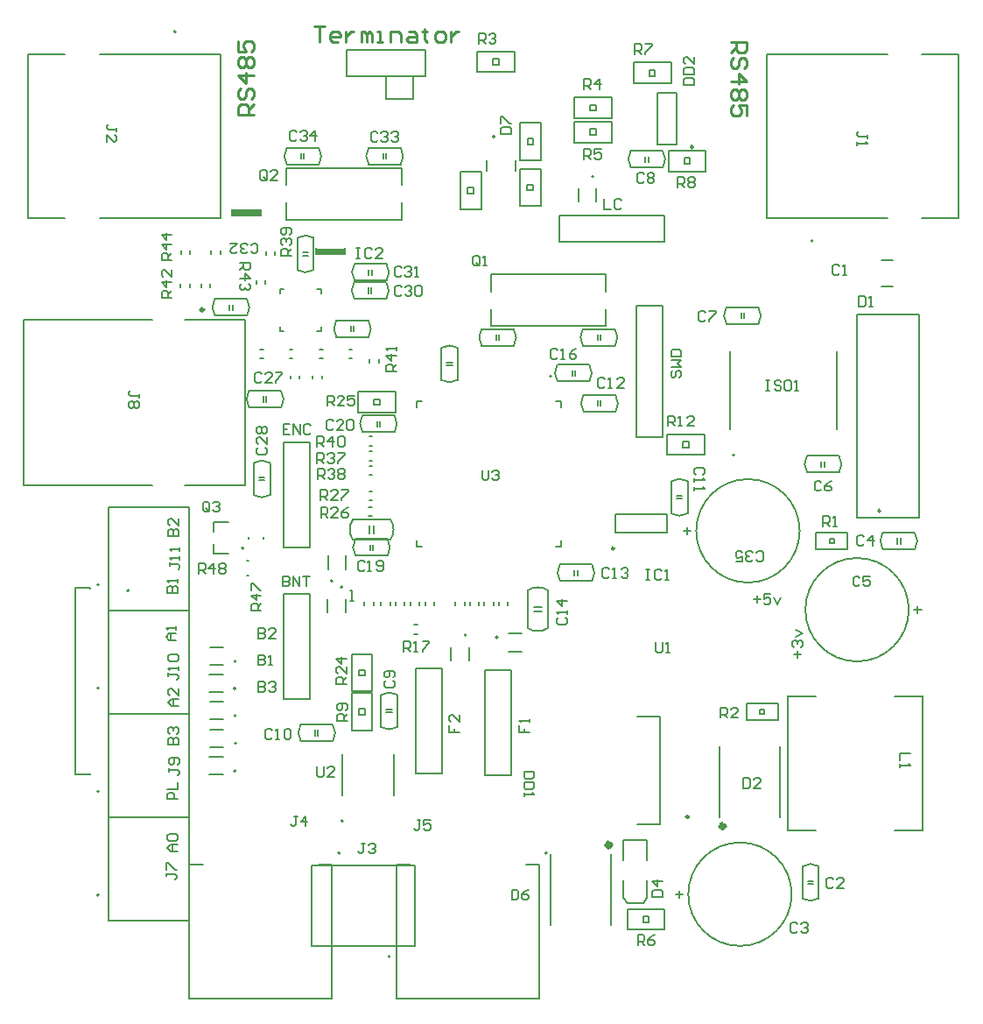
<source format=gto>
G04*
G04 #@! TF.GenerationSoftware,Altium Limited,Altium Designer,20.0.13 (296)*
G04*
G04 Layer_Color=65535*
%FSLAX44Y44*%
%MOMM*%
G71*
G01*
G75*
%ADD10C,0.1500*%
%ADD11C,0.2000*%
%ADD12C,0.3000*%
%ADD13C,0.2500*%
%ADD14C,0.6096*%
%ADD15C,0.1270*%
%ADD16C,0.1520*%
%ADD17C,0.1524*%
%ADD18C,0.2540*%
%ADD19R,2.8000X0.5500*%
D10*
X718487Y51845D02*
G03*
X734400Y51950I7877J12168D01*
G01*
X734512Y82955D02*
G03*
X718600Y82850I-7877J-12168D01*
G01*
X330155Y761488D02*
G03*
X330050Y777400I-12168J7877D01*
G01*
X299046Y777513D02*
G03*
X299150Y761600I12168J-7877D01*
G01*
X219846Y777262D02*
G03*
X219950Y761350I12168J-7877D01*
G01*
X250954Y761237D02*
G03*
X250850Y777150I-12168J7877D01*
G01*
X203762Y472905D02*
G03*
X187850Y472800I-7877J-12168D01*
G01*
X187738Y441796D02*
G03*
X203650Y441900I7877J12168D01*
G01*
X472750Y349500D02*
G03*
X452766Y349576I-10047J-14270D01*
G01*
X452750Y313500D02*
G03*
X472734Y313424I10047J14270D01*
G01*
X214454Y526488D02*
G03*
X214350Y542400I-12168J7877D01*
G01*
X183346Y542513D02*
G03*
X183450Y526600I12168J-7877D01*
G01*
X827405Y389475D02*
G03*
X827300Y405387I-12168J7877D01*
G01*
X796295Y405500D02*
G03*
X796400Y389587I12168J-7877D01*
G01*
X723095Y479762D02*
G03*
X723200Y463850I12168J-7877D01*
G01*
X754204Y463737D02*
G03*
X754100Y479650I-12168J7877D01*
G01*
X583655Y758487D02*
G03*
X583550Y774400I-12168J7877D01*
G01*
X552546Y774512D02*
G03*
X552650Y758600I12168J-7877D01*
G01*
X676155Y607238D02*
G03*
X676050Y623150I-12168J7877D01*
G01*
X645045Y623262D02*
G03*
X645150Y607350I12168J-7877D01*
G01*
X233345Y220012D02*
G03*
X233450Y204100I12168J-7877D01*
G01*
X264454Y203988D02*
G03*
X264350Y219900I-12168J7877D01*
G01*
X310987Y217595D02*
G03*
X326900Y217700I7877J12168D01*
G01*
X327012Y248704D02*
G03*
X311100Y248600I-7877J-12168D01*
G01*
X285095Y647513D02*
G03*
X285200Y631600I12168J-7877D01*
G01*
X316204Y631488D02*
G03*
X316100Y647400I-12168J7877D01*
G01*
X285345Y665263D02*
G03*
X285450Y649350I12168J-7877D01*
G01*
X316455Y649238D02*
G03*
X316350Y665150I-12168J7877D01*
G01*
X267845Y610513D02*
G03*
X267950Y594600I12168J-7877D01*
G01*
X298955Y594487D02*
G03*
X298850Y610400I-12168J7877D01*
G01*
X512654Y551738D02*
G03*
X512550Y567650I-12168J7877D01*
G01*
X481545Y567762D02*
G03*
X481650Y551850I12168J-7877D01*
G01*
X506845Y538512D02*
G03*
X506950Y522600I12168J-7877D01*
G01*
X537954Y522487D02*
G03*
X537850Y538400I-12168J7877D01*
G01*
X607762Y455154D02*
G03*
X591850Y455050I-7877J-12168D01*
G01*
X591738Y424045D02*
G03*
X607650Y424150I7877J12168D01*
G01*
X484095Y374762D02*
G03*
X484200Y358850I12168J-7877D01*
G01*
X515205Y358737D02*
G03*
X515100Y374650I-12168J7877D01*
G01*
X324155Y502738D02*
G03*
X324050Y518650I-12168J7877D01*
G01*
X293046Y518763D02*
G03*
X293150Y502850I12168J-7877D01*
G01*
X284000Y418500D02*
G03*
X283923Y398516I14270J-10047D01*
G01*
X320000Y398500D02*
G03*
X320076Y418484I-14270J10047D01*
G01*
X317404Y383237D02*
G03*
X317300Y399150I-12168J7877D01*
G01*
X286296Y399263D02*
G03*
X286400Y383350I12168J-7877D01*
G01*
X506296Y602262D02*
G03*
X506400Y586350I12168J-7877D01*
G01*
X537405Y586237D02*
G03*
X537300Y602150I-12168J7877D01*
G01*
X439454Y586237D02*
G03*
X439350Y602150I-12168J7877D01*
G01*
X408345Y602262D02*
G03*
X408450Y586350I12168J-7877D01*
G01*
X369238Y553046D02*
G03*
X385150Y553150I7877J12168D01*
G01*
X385262Y584155D02*
G03*
X369350Y584050I-7877J-12168D01*
G01*
X150295Y631263D02*
G03*
X150400Y615350I12168J-7877D01*
G01*
X181405Y615238D02*
G03*
X181300Y631150I-12168J7877D01*
G01*
X246012Y690454D02*
G03*
X230100Y690350I-7877J-12168D01*
G01*
X229988Y659345D02*
G03*
X245900Y659450I7877J12168D01*
G01*
X734500Y52000D02*
Y82750D01*
X718500Y52000D02*
Y82750D01*
X723800Y65850D02*
X729100D01*
X723800Y68650D02*
X729100D01*
X299250Y777500D02*
X330000D01*
X299250Y761500D02*
X330000D01*
X316150Y766800D02*
Y772100D01*
X313350Y766800D02*
Y772100D01*
X220000Y761250D02*
X250750D01*
X220000Y777250D02*
X250750D01*
X233850Y766650D02*
Y771950D01*
X236650Y766650D02*
Y771950D01*
X187750Y442000D02*
Y472750D01*
X203750Y442000D02*
Y472750D01*
X193150Y458900D02*
X198450D01*
X193150Y456100D02*
X198450D01*
X472750Y313500D02*
Y349500D01*
X452750Y313500D02*
Y349500D01*
X458650Y329500D02*
X466750D01*
X458750Y333500D02*
X466750D01*
X200150Y531900D02*
Y537200D01*
X197350Y531900D02*
Y537200D01*
X183500Y542500D02*
X214250D01*
X183500Y526500D02*
X214250D01*
X796500Y405488D02*
X827250D01*
X796500Y389487D02*
X827250D01*
X813400Y394787D02*
Y400087D01*
X810600Y394787D02*
Y400087D01*
X664500Y224500D02*
X695250D01*
Y240500D01*
X664500D02*
X695250D01*
X664500Y224500D02*
Y240500D01*
X677750Y230500D02*
Y234750D01*
X681750D01*
Y230500D02*
Y234750D01*
X677750Y230500D02*
X681750D01*
X731750Y389500D02*
X762500D01*
Y405500D01*
X731750D02*
X762500D01*
X731750Y389500D02*
Y405500D01*
X745000Y395500D02*
Y399750D01*
X749000D01*
Y395500D02*
Y399750D01*
X745000Y395500D02*
X749000D01*
X723250Y463750D02*
X754000D01*
X723250Y479750D02*
X754000D01*
X737100Y469150D02*
Y474450D01*
X739900Y469150D02*
Y474450D01*
X604500Y761750D02*
Y767500D01*
X610000D01*
Y761750D02*
Y767500D01*
X604500Y761750D02*
X610000D01*
X589250Y754500D02*
X625250D01*
X589250D02*
Y774500D01*
X625250Y754500D02*
Y774500D01*
X589250D02*
X625250D01*
X552750D02*
X583500D01*
X552750Y758500D02*
X583500D01*
X569650Y763800D02*
Y769100D01*
X566850Y763800D02*
Y769100D01*
X645250Y623250D02*
X676000D01*
X645250Y607250D02*
X676000D01*
X662150Y612550D02*
Y617850D01*
X659350Y612550D02*
Y617850D01*
X233500Y204000D02*
X264250D01*
X233500Y220000D02*
X264250D01*
X247350Y209400D02*
Y214700D01*
X250150Y209400D02*
Y214700D01*
X327000Y217750D02*
Y248500D01*
X311000Y217750D02*
Y248500D01*
X316300Y231600D02*
X321600D01*
X316300Y234400D02*
X321600D01*
X290000Y272750D02*
X295750D01*
Y267250D02*
Y272750D01*
X290000Y267250D02*
X295750D01*
X290000D02*
Y272750D01*
X282750Y252000D02*
Y288000D01*
X302750D01*
X282750Y252000D02*
X302750D01*
Y288000D01*
X289750Y229500D02*
X295500D01*
X289750D02*
Y235000D01*
X295500D01*
Y229500D02*
Y235000D01*
X302750Y214250D02*
Y250250D01*
X282750Y214250D02*
X302750D01*
X282750Y250250D02*
X302750D01*
X282750Y214250D02*
Y250250D01*
X285250Y631500D02*
X316000D01*
X285250Y647500D02*
X316000D01*
X299100Y636900D02*
Y642200D01*
X301900Y636900D02*
Y642200D01*
X285500Y649250D02*
X316250D01*
X285500Y665250D02*
X316250D01*
X299350Y654650D02*
Y659950D01*
X302150Y654650D02*
Y659950D01*
X268000Y594500D02*
X298750D01*
X268000Y610500D02*
X298750D01*
X281850Y599900D02*
Y605200D01*
X284650Y599900D02*
Y605200D01*
X481750Y567750D02*
X512500D01*
X481750Y551750D02*
X512500D01*
X498650Y557050D02*
Y562350D01*
X495850Y557050D02*
Y562350D01*
X507000Y522500D02*
X537750D01*
X507000Y538500D02*
X537750D01*
X520850Y527900D02*
Y533200D01*
X523650Y527900D02*
Y533200D01*
X591750Y424250D02*
Y455000D01*
X607750Y424250D02*
Y455000D01*
X597150Y441150D02*
X602450D01*
X597150Y438350D02*
X602450D01*
X484250Y358750D02*
X515000D01*
X484250Y374750D02*
X515000D01*
X498100Y364150D02*
Y369450D01*
X500900Y364150D02*
Y369450D01*
X304250Y528750D02*
Y534500D01*
X309750D01*
Y528750D02*
Y534500D01*
X304250Y528750D02*
X309750D01*
X289000Y521500D02*
X325000D01*
X289000D02*
Y541500D01*
X325000Y521500D02*
Y541500D01*
X289000D02*
X325000D01*
X293250Y518750D02*
X324000D01*
X293250Y502750D02*
X324000D01*
X310150Y508050D02*
Y513350D01*
X307350Y508050D02*
Y513350D01*
X284000Y418500D02*
X320000D01*
X284000Y398500D02*
X320000D01*
X304000Y404400D02*
Y412500D01*
X300000Y404500D02*
Y412500D01*
X286500Y399250D02*
X317250D01*
X286500Y383250D02*
X317250D01*
X303400Y388550D02*
Y393850D01*
X300600Y388550D02*
Y393850D01*
X564500Y29000D02*
Y34750D01*
X570000D01*
Y29000D02*
Y34750D01*
X564500Y29000D02*
X570000D01*
X549250Y21750D02*
X585250D01*
X549250D02*
Y41750D01*
X585250Y21750D02*
Y41750D01*
X549250D02*
X585250D01*
X513500Y813250D02*
Y819000D01*
X519000D01*
Y813250D02*
Y819000D01*
X513500Y813250D02*
X519000D01*
X498250Y806000D02*
X534250D01*
X498250D02*
Y826000D01*
X534250Y806000D02*
Y826000D01*
X498250D02*
X534250D01*
X513500Y789750D02*
Y795500D01*
X519000D01*
Y789750D02*
Y795500D01*
X513500Y789750D02*
X519000D01*
X498250Y782500D02*
X534250D01*
X498250D02*
Y802500D01*
X534250Y782500D02*
Y802500D01*
X498250D02*
X534250D01*
X404250Y870500D02*
X440250D01*
Y850500D02*
Y870500D01*
X404250Y850500D02*
Y870500D01*
Y850500D02*
X440250D01*
X419500Y857750D02*
X425000D01*
Y863500D01*
X419500D02*
X425000D01*
X419500Y857750D02*
Y863500D01*
X555500Y840000D02*
X591500D01*
X555500D02*
Y860000D01*
X591500Y840000D02*
Y860000D01*
X555500D02*
X591500D01*
X570750Y852750D02*
X576250D01*
X570750Y847000D02*
Y852750D01*
Y847000D02*
X576250D01*
Y852750D01*
X587750Y500500D02*
X623750D01*
Y480500D02*
Y500500D01*
X587750Y480500D02*
Y500500D01*
Y480500D02*
X623750D01*
X603000Y487750D02*
X608500D01*
Y493500D01*
X603000D02*
X608500D01*
X603000Y487750D02*
Y493500D01*
X388000Y718250D02*
Y754250D01*
X408000D01*
X388000Y718250D02*
X408000D01*
Y754250D01*
X400750Y733500D02*
Y739000D01*
X395000D02*
X400750D01*
X395000Y733500D02*
Y739000D01*
Y733500D02*
X400750D01*
X445500Y721250D02*
Y757250D01*
X465500D01*
X445500Y721250D02*
X465500D01*
Y757250D01*
X458250Y736500D02*
Y742000D01*
X452500D02*
X458250D01*
X452500Y736500D02*
Y742000D01*
Y736500D02*
X458250D01*
X465500Y765750D02*
Y801750D01*
X445500Y765750D02*
X465500D01*
X445500Y801750D02*
X465500D01*
X445500Y765750D02*
Y801750D01*
X452750Y781000D02*
Y786500D01*
Y781000D02*
X458500D01*
Y786500D01*
X452750D02*
X458500D01*
X520600Y591550D02*
Y596850D01*
X523400Y591550D02*
Y596850D01*
X506500Y586250D02*
X537250D01*
X506500Y602250D02*
X537250D01*
X425150Y591650D02*
Y596950D01*
X422350Y591650D02*
Y596950D01*
X408500Y602250D02*
X439250D01*
X408500Y586250D02*
X439250D01*
X374650Y567350D02*
X379950D01*
X374650Y570150D02*
X379950D01*
X385250Y553250D02*
Y584000D01*
X369250Y553250D02*
Y584000D01*
X164600Y620550D02*
Y625850D01*
X167400Y620550D02*
Y625850D01*
X150500Y615250D02*
X181250D01*
X150500Y631250D02*
X181250D01*
X235300Y676150D02*
X240600D01*
X235300Y673350D02*
X240600D01*
X230000Y659500D02*
Y690250D01*
X246000Y659500D02*
Y690250D01*
D11*
X112500Y889600D02*
G03*
X112500Y889600I-1000J0D01*
G01*
X274450Y126800D02*
G03*
X274450Y126800I-1000J0D01*
G01*
X421000Y788250D02*
G03*
X421000Y788250I-1000J0D01*
G01*
X424000Y304250D02*
G03*
X424000Y304250I-1000J0D01*
G01*
X393500Y306500D02*
G03*
X393500Y306500I-1000J0D01*
G01*
X264250Y358650D02*
G03*
X264250Y358650I-1000J0D01*
G01*
X821500Y331000D02*
G03*
X821500Y331000I-50000J0D01*
G01*
X716000Y407250D02*
G03*
X716000Y407250I-50000J0D01*
G01*
X708250Y56000D02*
G03*
X708250Y56000I-50000J0D01*
G01*
X729000Y687400D02*
G03*
X729000Y687400I-1000J0D01*
G01*
X653050Y480250D02*
G03*
X653050Y480250I-1000J0D01*
G01*
X476250Y556650D02*
G03*
X476250Y556650I-1000J0D01*
G01*
X320000Y-4250D02*
G03*
X320000Y-4250I-1000J0D01*
G01*
X271250Y95750D02*
G03*
X271250Y95750I-1000J0D01*
G01*
X471750Y95750D02*
G03*
X471750Y95750I-1000J0D01*
G01*
X38250Y355250D02*
G03*
X38250Y355250I-1000J0D01*
G01*
Y255250D02*
G03*
X38250Y255250I-1000J0D01*
G01*
Y155250D02*
G03*
X38250Y155250I-1000J0D01*
G01*
Y55250D02*
G03*
X38250Y55250I-1000J0D01*
G01*
X516750Y749850D02*
G03*
X516750Y749850I-1000J0D01*
G01*
X178250Y390500D02*
G03*
X178250Y390500I-1000J0D01*
G01*
X171000Y281000D02*
G03*
X171000Y281000I-1000J0D01*
G01*
X170750Y175000D02*
G03*
X170750Y175000I-1000J0D01*
G01*
X170500Y254750D02*
G03*
X170500Y254750I-1000J0D01*
G01*
X171250Y201750D02*
G03*
X171250Y201750I-1000J0D01*
G01*
X171000Y228500D02*
G03*
X171000Y228500I-1000J0D01*
G01*
X274000Y352750D02*
G03*
X274000Y352750I-1000J0D01*
G01*
X67470Y349360D02*
G03*
X67470Y349360I-1000J0D01*
G01*
X183000Y399250D02*
Y401250D01*
X197000Y399250D02*
Y401250D01*
X343250Y307250D02*
X346250D01*
X343250Y316250D02*
X346250D01*
X303750Y335250D02*
Y338250D01*
X294750Y335250D02*
Y338250D01*
X299500Y436500D02*
X302500D01*
X299500Y445500D02*
X302500D01*
X299250Y421500D02*
X302250D01*
X299250Y430500D02*
X302250D01*
X596750Y780750D02*
Y830750D01*
X578750Y780750D02*
Y830750D01*
Y780750D02*
X596750D01*
X578750Y830750D02*
X596750D01*
X299750Y489250D02*
X302750D01*
X299750Y498250D02*
X302750D01*
X208500Y674000D02*
Y677000D01*
X199500Y674000D02*
Y677000D01*
X299750Y461000D02*
X302750D01*
X299750Y470000D02*
X302750D01*
X299750Y475250D02*
X302750D01*
X299750Y484250D02*
X302750D01*
X309000Y570000D02*
Y573000D01*
X300000Y570000D02*
Y573000D01*
X330750Y708000D02*
Y724500D01*
Y741500D02*
Y758000D01*
X219750Y741500D02*
Y758000D01*
Y708000D02*
Y724500D01*
Y758000D02*
X330750D01*
X219750Y708000D02*
X330750D01*
X166750Y712250D02*
X194750D01*
Y718250D01*
X166750Y712250D02*
Y718250D01*
X248250Y674500D02*
X276250D01*
Y680500D01*
X248250Y674500D02*
Y680500D01*
X199250Y646000D02*
Y649000D01*
X190250Y646000D02*
Y649000D01*
X155750Y674750D02*
Y677750D01*
X146750Y674750D02*
Y677750D01*
X146000Y643000D02*
Y646000D01*
X137000Y643000D02*
Y646000D01*
X117500Y674750D02*
Y677750D01*
X126500Y674750D02*
Y677750D01*
X117250Y643000D02*
Y646000D01*
X126250Y643000D02*
Y646000D01*
X391750Y335250D02*
Y338250D01*
X382750Y335250D02*
Y338250D01*
X405935Y335250D02*
Y338250D01*
X396935Y335250D02*
Y338250D01*
X320000Y335250D02*
Y338250D01*
X311000Y335250D02*
Y338250D01*
X334000Y335250D02*
Y338250D01*
X325000Y335250D02*
Y338250D01*
X348250Y335250D02*
Y338250D01*
X339250Y335250D02*
Y338250D01*
X362750Y335250D02*
Y338250D01*
X353750Y335250D02*
Y338250D01*
X420000Y335250D02*
Y338250D01*
X411000Y335250D02*
Y338250D01*
X434000Y335250D02*
Y338250D01*
X425000Y335250D02*
Y338250D01*
X538000Y405250D02*
X588000D01*
X538000Y423250D02*
X588000D01*
X538000Y405250D02*
Y423250D01*
X588000Y405250D02*
Y423250D01*
X181250Y378250D02*
X183250D01*
X181250Y364250D02*
X183250D01*
X794750Y643500D02*
X805750D01*
X794750Y668500D02*
X805750D01*
X342500Y824750D02*
Y846750D01*
X316000Y824750D02*
X342500D01*
X316000D02*
Y847050D01*
X411800Y272850D02*
X437200D01*
Y171250D02*
Y272850D01*
X411800Y171250D02*
Y272850D01*
Y171250D02*
X437200D01*
X344300Y274000D02*
X369700D01*
Y172400D02*
Y274000D01*
X344300Y172400D02*
Y274000D01*
Y172400D02*
X369700D01*
X216550Y391250D02*
X241950D01*
X216550D02*
Y492850D01*
X241950Y391250D02*
Y492850D01*
X216550D02*
X241950D01*
X830250Y327500D02*
Y334500D01*
X826750Y331000D02*
X833750D01*
X603750Y407250D02*
X610750D01*
X607250Y403750D02*
Y410750D01*
X599500Y52500D02*
Y59500D01*
X596000Y56000D02*
X603000D01*
X558500Y123500D02*
X581000D01*
Y227500D01*
X558500D02*
X581000D01*
X545500Y89250D02*
Y108250D01*
X568500Y89250D02*
Y108250D01*
X545500D02*
X568500D01*
X549500Y47250D02*
X564500D01*
X545500Y52250D02*
Y69250D01*
X564500Y47250D02*
X568500Y52250D01*
X545500D02*
X549500Y47250D01*
X568500Y52250D02*
Y69250D01*
X216550Y244600D02*
X241950D01*
X216550D02*
Y346200D01*
X241950Y244600D02*
Y346200D01*
X216550D02*
X241950D01*
X558300Y497600D02*
X583700D01*
X558300D02*
Y624600D01*
X583700Y497600D02*
Y624600D01*
X558300D02*
X583700D01*
X354100Y847050D02*
Y872450D01*
X277900Y847050D02*
Y872450D01*
X354100D01*
X277900Y847050D02*
X354100D01*
X585500Y686550D02*
Y711950D01*
X483900Y686550D02*
X585500D01*
X483900Y711950D02*
X585500D01*
X483900Y686550D02*
Y711950D01*
X417500Y655250D02*
X528500D01*
X417500Y605250D02*
X528500D01*
Y638750D02*
Y655250D01*
Y605250D02*
Y621750D01*
X417500Y605250D02*
Y621750D01*
Y638750D02*
Y655250D01*
X245000Y554250D02*
Y557250D01*
X254000Y554250D02*
Y557250D01*
X223500Y554250D02*
Y557250D01*
X232500Y554250D02*
Y557250D01*
X222500Y573750D02*
X225500D01*
X222500Y582750D02*
X225500D01*
X194250D02*
X197250D01*
X194250Y573750D02*
X197250D01*
X280000D02*
X283000D01*
X280000Y582750D02*
X283000D01*
X251750D02*
X254750D01*
X251750Y573750D02*
X254750D01*
X192250Y261747D02*
Y251750D01*
X197248D01*
X198915Y253416D01*
Y255082D01*
X197248Y256748D01*
X192250D01*
X197248D01*
X198915Y258414D01*
Y260081D01*
X197248Y261747D01*
X192250D01*
X202247Y260081D02*
X203913Y261747D01*
X207245D01*
X208911Y260081D01*
Y258414D01*
X207245Y256748D01*
X205579D01*
X207245D01*
X208911Y255082D01*
Y253416D01*
X207245Y251750D01*
X203913D01*
X202247Y253416D01*
X192250Y312997D02*
Y303000D01*
X197248D01*
X198915Y304666D01*
Y306332D01*
X197248Y307998D01*
X192250D01*
X197248D01*
X198915Y309664D01*
Y311331D01*
X197248Y312997D01*
X192250D01*
X208911Y303000D02*
X202247D01*
X208911Y309664D01*
Y311331D01*
X207245Y312997D01*
X203913D01*
X202247Y311331D01*
X192250Y287372D02*
Y277375D01*
X197248D01*
X198915Y279041D01*
Y280707D01*
X197248Y282373D01*
X192250D01*
X197248D01*
X198915Y284039D01*
Y285706D01*
X197248Y287372D01*
X192250D01*
X202247Y277375D02*
X205579D01*
X203913D01*
Y287372D01*
X202247Y285706D01*
X105503Y402000D02*
X115500D01*
Y406998D01*
X113834Y408665D01*
X112168D01*
X110502Y406998D01*
Y402000D01*
Y406998D01*
X108835Y408665D01*
X107169D01*
X105503Y406998D01*
Y402000D01*
X115500Y418661D02*
Y411997D01*
X108835Y418661D01*
X107169D01*
X105503Y416995D01*
Y413663D01*
X107169Y411997D01*
X104503Y347000D02*
X114500D01*
Y351998D01*
X112834Y353665D01*
X111168D01*
X109502Y351998D01*
Y347000D01*
Y351998D01*
X107836Y353665D01*
X106169D01*
X104503Y351998D01*
Y347000D01*
X114500Y356997D02*
Y360329D01*
Y358663D01*
X104503D01*
X106169Y356997D01*
X113000Y301750D02*
X106335D01*
X103003Y305082D01*
X106335Y308414D01*
X113000D01*
X108002D01*
Y301750D01*
X113000Y311747D02*
Y315079D01*
Y313413D01*
X103003D01*
X104669Y311747D01*
X115250Y238250D02*
X108586D01*
X105253Y241582D01*
X108586Y244914D01*
X115250D01*
X110252D01*
Y238250D01*
X115250Y254911D02*
Y248247D01*
X108586Y254911D01*
X106919D01*
X105253Y253245D01*
Y249913D01*
X106919Y248247D01*
X105253Y200500D02*
X115250D01*
Y205498D01*
X113584Y207164D01*
X111918D01*
X110252Y205498D01*
Y200500D01*
Y205498D01*
X108586Y207164D01*
X106919D01*
X105253Y205498D01*
Y200500D01*
X106919Y210497D02*
X105253Y212163D01*
Y215495D01*
X106919Y217161D01*
X108586D01*
X110252Y215495D01*
Y213829D01*
Y215495D01*
X111918Y217161D01*
X113584D01*
X115250Y215495D01*
Y212163D01*
X113584Y210497D01*
X114250Y147750D02*
X104253D01*
Y152748D01*
X105919Y154415D01*
X109252D01*
X110918Y152748D01*
Y147750D01*
X104253Y157747D02*
X114250D01*
Y164411D01*
Y97500D02*
X107585D01*
X104253Y100832D01*
X107585Y104164D01*
X114250D01*
X109252D01*
Y97500D01*
X105919Y107497D02*
X104253Y109163D01*
Y112495D01*
X105919Y114161D01*
X112584D01*
X114250Y112495D01*
Y109163D01*
X112584Y107497D01*
X105919D01*
X671250Y341248D02*
X677915D01*
X674582Y344581D02*
Y337916D01*
X687911Y346247D02*
X681247D01*
Y341248D01*
X684579Y342915D01*
X686245D01*
X687911Y341248D01*
Y337916D01*
X686245Y336250D01*
X682913D01*
X681247Y337916D01*
X691244Y342915D02*
X694576Y336250D01*
X697908Y342915D01*
X713752Y284750D02*
Y291415D01*
X710419Y288082D02*
X717084D01*
X710419Y294747D02*
X708753Y296413D01*
Y299745D01*
X710419Y301411D01*
X712085D01*
X713752Y299745D01*
Y298079D01*
Y299745D01*
X715418Y301411D01*
X717084D01*
X718750Y299745D01*
Y296413D01*
X717084Y294747D01*
X712085Y304744D02*
X718750Y308076D01*
X712085Y311408D01*
X215750Y363497D02*
Y353500D01*
X220748D01*
X222414Y355166D01*
Y356832D01*
X220748Y358498D01*
X215750D01*
X220748D01*
X222414Y360164D01*
Y361831D01*
X220748Y363497D01*
X215750D01*
X225747Y353500D02*
Y363497D01*
X232411Y353500D01*
Y363497D01*
X235744D02*
X242408D01*
X239076D01*
Y353500D01*
X223165Y510497D02*
X216500D01*
Y500500D01*
X223165D01*
X216500Y505498D02*
X219832D01*
X226497Y500500D02*
Y510497D01*
X233161Y500500D01*
Y510497D01*
X243158Y508831D02*
X241492Y510497D01*
X238160D01*
X236494Y508831D01*
Y502166D01*
X238160Y500500D01*
X241492D01*
X243158Y502166D01*
X527000Y727997D02*
Y718000D01*
X533665D01*
X543661Y726331D02*
X541995Y727997D01*
X538663D01*
X536997Y726331D01*
Y719666D01*
X538663Y718000D01*
X541995D01*
X543661Y719666D01*
X593169Y562415D02*
X591503Y560748D01*
Y557416D01*
X593169Y555750D01*
X594836D01*
X596502Y557416D01*
Y560748D01*
X598168Y562415D01*
X599834D01*
X601500Y560748D01*
Y557416D01*
X599834Y555750D01*
X591503Y565747D02*
X601500D01*
X598168Y569079D01*
X601500Y572411D01*
X591503D01*
Y575744D02*
X601500D01*
Y580742D01*
X599834Y582408D01*
X593169D01*
X591503Y580742D01*
Y575744D01*
X444503Y218915D02*
Y212250D01*
X449502D01*
Y215582D01*
Y212250D01*
X454500D01*
Y222247D02*
Y225579D01*
Y223913D01*
X444503D01*
X446169Y222247D01*
X377253Y219415D02*
Y212750D01*
X382252D01*
Y216082D01*
Y212750D01*
X387250D01*
Y229411D02*
Y222747D01*
X380586Y229411D01*
X378919D01*
X377253Y227745D01*
Y224413D01*
X378919Y222747D01*
X748334Y70332D02*
X746668Y71998D01*
X743335D01*
X741669Y70332D01*
Y63668D01*
X743335Y62002D01*
X746668D01*
X748334Y63668D01*
X758331Y62002D02*
X751666D01*
X758331Y68666D01*
Y70332D01*
X756665Y71998D01*
X753332D01*
X751666Y70332D01*
X674165Y379168D02*
X675831Y377502D01*
X679163D01*
X680829Y379168D01*
Y385832D01*
X679163Y387498D01*
X675831D01*
X674165Y385832D01*
X670832Y379168D02*
X669166Y377502D01*
X665834D01*
X664168Y379168D01*
Y380834D01*
X665834Y382500D01*
X667500D01*
X665834D01*
X664168Y384166D01*
Y385832D01*
X665834Y387498D01*
X669166D01*
X670832Y385832D01*
X654171Y377502D02*
X660835D01*
Y382500D01*
X657503Y380834D01*
X655837D01*
X654171Y382500D01*
Y385832D01*
X655837Y387498D01*
X659169D01*
X660835Y385832D01*
X134421Y365502D02*
Y375498D01*
X139419D01*
X141086Y373832D01*
Y370500D01*
X139419Y368834D01*
X134421D01*
X137753D02*
X141086Y365502D01*
X149416D02*
Y375498D01*
X144418Y370500D01*
X151082D01*
X154415Y373832D02*
X156081Y375498D01*
X159413D01*
X161079Y373832D01*
Y372166D01*
X159413Y370500D01*
X161079Y368834D01*
Y367168D01*
X159413Y365502D01*
X156081D01*
X154415Y367168D01*
Y368834D01*
X156081Y370500D01*
X154415Y372166D01*
Y373832D01*
X156081Y370500D02*
X159413D01*
X195248Y329921D02*
X185252D01*
Y334919D01*
X186918Y336586D01*
X190250D01*
X191916Y334919D01*
Y329921D01*
Y333253D02*
X195248Y336586D01*
Y344916D02*
X185252D01*
X190250Y339918D01*
Y346582D01*
X185252Y349915D02*
Y356579D01*
X186918D01*
X193582Y349915D01*
X195248D01*
X106502Y376335D02*
Y373002D01*
Y374669D01*
X114832D01*
X116498Y373002D01*
Y371336D01*
X114832Y369670D01*
X116498Y379667D02*
Y382999D01*
Y381333D01*
X106502D01*
X108168Y379667D01*
X116498Y387998D02*
Y391330D01*
Y389664D01*
X106502D01*
X108168Y387998D01*
X105252Y269669D02*
Y266336D01*
Y268002D01*
X113582D01*
X115248Y266336D01*
Y264670D01*
X113582Y263004D01*
X115248Y273001D02*
Y276333D01*
Y274667D01*
X105252D01*
X106918Y273001D01*
Y281332D02*
X105252Y282998D01*
Y286330D01*
X106918Y287996D01*
X113582D01*
X115248Y286330D01*
Y282998D01*
X113582Y281332D01*
X106918D01*
X105752Y177834D02*
Y174502D01*
Y176168D01*
X114082D01*
X115748Y174502D01*
Y172836D01*
X114082Y171169D01*
Y181166D02*
X115748Y182832D01*
Y186164D01*
X114082Y187831D01*
X107418D01*
X105752Y186164D01*
Y182832D01*
X107418Y181166D01*
X109084D01*
X110750Y182832D01*
Y187831D01*
X145240Y427252D02*
Y433917D01*
X143574Y435583D01*
X140242D01*
X138576Y433917D01*
Y427252D01*
X140242Y425586D01*
X143574D01*
X141908Y428918D02*
X145240Y425586D01*
X143574D02*
X145240Y427252D01*
X148573Y433917D02*
X150239Y435583D01*
X153571D01*
X155237Y433917D01*
Y432251D01*
X153571Y430584D01*
X151905D01*
X153571D01*
X155237Y428918D01*
Y427252D01*
X153571Y425586D01*
X150239D01*
X148573Y427252D01*
X408669Y465998D02*
Y457668D01*
X410336Y456002D01*
X413668D01*
X415334Y457668D01*
Y465998D01*
X418666Y464332D02*
X420332Y465998D01*
X423665D01*
X425331Y464332D01*
Y462666D01*
X423665Y461000D01*
X421998D01*
X423665D01*
X425331Y459334D01*
Y457668D01*
X423665Y456002D01*
X420332D01*
X418666Y457668D01*
X576836Y299648D02*
Y291318D01*
X578502Y289652D01*
X581834D01*
X583500Y291318D01*
Y299648D01*
X586832Y289652D02*
X590164D01*
X588498D01*
Y299648D01*
X586832Y297982D01*
X258921Y528002D02*
Y537998D01*
X263919D01*
X265585Y536332D01*
Y533000D01*
X263919Y531334D01*
X258921D01*
X262253D02*
X265585Y528002D01*
X275582D02*
X268918D01*
X275582Y534666D01*
Y536332D01*
X273916Y537998D01*
X270584D01*
X268918Y536332D01*
X285579Y537998D02*
X278915D01*
Y533000D01*
X282247Y534666D01*
X283913D01*
X285579Y533000D01*
Y529668D01*
X283913Y528002D01*
X280581D01*
X278915Y529668D01*
X277748Y258921D02*
X267752D01*
Y263919D01*
X269418Y265585D01*
X272750D01*
X274416Y263919D01*
Y258921D01*
Y262253D02*
X277748Y265585D01*
Y275582D02*
Y268918D01*
X271084Y275582D01*
X269418D01*
X267752Y273916D01*
Y270584D01*
X269418Y268918D01*
X277748Y283913D02*
X267752D01*
X272750Y278915D01*
Y285579D01*
X588876Y508454D02*
Y518451D01*
X593874D01*
X595541Y516785D01*
Y513452D01*
X593874Y511786D01*
X588876D01*
X592208D02*
X595541Y508454D01*
X598873D02*
X602205D01*
X600539D01*
Y518451D01*
X598873Y516785D01*
X613868Y508454D02*
X607203D01*
X613868Y515118D01*
Y516785D01*
X612202Y518451D01*
X608870D01*
X607203Y516785D01*
X278248Y223669D02*
X268252D01*
Y228668D01*
X269918Y230334D01*
X273250D01*
X274916Y228668D01*
Y223669D01*
Y227002D02*
X278248Y230334D01*
X276582Y233666D02*
X278248Y235332D01*
Y238664D01*
X276582Y240331D01*
X269918D01*
X268252Y238664D01*
Y235332D01*
X269918Y233666D01*
X271584D01*
X273250Y235332D01*
Y240331D01*
X598169Y739252D02*
Y749248D01*
X603168D01*
X604834Y747582D01*
Y744250D01*
X603168Y742584D01*
X598169D01*
X601502D02*
X604834Y739252D01*
X608166Y747582D02*
X609832Y749248D01*
X613164D01*
X614831Y747582D01*
Y745916D01*
X613164Y744250D01*
X614831Y742584D01*
Y740918D01*
X613164Y739252D01*
X609832D01*
X608166Y740918D01*
Y742584D01*
X609832Y744250D01*
X608166Y745916D01*
Y747582D01*
X609832Y744250D02*
X613164D01*
X556656Y867830D02*
Y877827D01*
X561654D01*
X563321Y876161D01*
Y872828D01*
X561654Y871162D01*
X556656D01*
X559988D02*
X563321Y867830D01*
X566653Y877827D02*
X573317D01*
Y876161D01*
X566653Y869496D01*
Y867830D01*
X559419Y6752D02*
Y16748D01*
X564418D01*
X566084Y15082D01*
Y11750D01*
X564418Y10084D01*
X559419D01*
X562752D02*
X566084Y6752D01*
X576081Y16748D02*
X572748Y15082D01*
X569416Y11750D01*
Y8418D01*
X571082Y6752D01*
X574414D01*
X576081Y8418D01*
Y10084D01*
X574414Y11750D01*
X569416D01*
X507669Y766002D02*
Y775998D01*
X512668D01*
X514334Y774332D01*
Y771000D01*
X512668Y769334D01*
X507669D01*
X511002D02*
X514334Y766002D01*
X524331Y775998D02*
X517666D01*
Y771000D01*
X520998Y772666D01*
X522664D01*
X524331Y771000D01*
Y767668D01*
X522664Y766002D01*
X519332D01*
X517666Y767668D01*
X507419Y834002D02*
Y843998D01*
X512418D01*
X514084Y842332D01*
Y839000D01*
X512418Y837334D01*
X507419D01*
X510752D02*
X514084Y834002D01*
X522415D02*
Y843998D01*
X517416Y839000D01*
X524081D01*
X405442Y878333D02*
Y888329D01*
X410440D01*
X412106Y886663D01*
Y883331D01*
X410440Y881665D01*
X405442D01*
X408774D02*
X412106Y878333D01*
X415438Y886663D02*
X417104Y888329D01*
X420437D01*
X422103Y886663D01*
Y884997D01*
X420437Y883331D01*
X418770D01*
X420437D01*
X422103Y881665D01*
Y879999D01*
X420437Y878333D01*
X417104D01*
X415438Y879999D01*
X639419Y226502D02*
Y236498D01*
X644418D01*
X646084Y234832D01*
Y231500D01*
X644418Y229834D01*
X639419D01*
X642752D02*
X646084Y226502D01*
X656081D02*
X649416D01*
X656081Y233166D01*
Y234832D01*
X654415Y236498D01*
X651082D01*
X649416Y234832D01*
X738335Y411752D02*
Y421748D01*
X743334D01*
X745000Y420082D01*
Y416750D01*
X743334Y415084D01*
X738335D01*
X741668D02*
X745000Y411752D01*
X748332D02*
X751665D01*
X749998D01*
Y421748D01*
X748332Y420082D01*
X823248Y192164D02*
X813252D01*
Y185500D01*
Y182168D02*
Y178835D01*
Y180501D01*
X823248D01*
X821582Y182168D01*
X295584Y105248D02*
X292252D01*
X293918D01*
Y96918D01*
X292252Y95252D01*
X290585D01*
X288919Y96918D01*
X298916Y103582D02*
X300582Y105248D01*
X303915D01*
X305581Y103582D01*
Y101916D01*
X303915Y100250D01*
X302248D01*
X303915D01*
X305581Y98584D01*
Y96918D01*
X303915Y95252D01*
X300582D01*
X298916Y96918D01*
X55498Y793166D02*
Y796498D01*
Y794832D01*
X47168D01*
X45502Y796498D01*
Y798165D01*
X47168Y799831D01*
X45502Y783169D02*
Y789834D01*
X52166Y783169D01*
X53832D01*
X55498Y784835D01*
Y788168D01*
X53832Y789834D01*
X781248Y786750D02*
Y790082D01*
Y788416D01*
X772918D01*
X771252Y790082D01*
Y791748D01*
X772918Y793415D01*
X771252Y783418D02*
Y780085D01*
Y781751D01*
X781248D01*
X779582Y783418D01*
X683172Y552498D02*
X686504D01*
X684838D01*
Y542502D01*
X683172D01*
X686504D01*
X698167Y550832D02*
X696501Y552498D01*
X693169D01*
X691502Y550832D01*
Y549166D01*
X693169Y547500D01*
X696501D01*
X698167Y545834D01*
Y544168D01*
X696501Y542502D01*
X693169D01*
X691502Y544168D01*
X706498Y552498D02*
X703165D01*
X701499Y550832D01*
Y544168D01*
X703165Y542502D01*
X706498D01*
X708164Y544168D01*
Y550832D01*
X706498Y552498D01*
X711496Y542502D02*
X714828D01*
X713162D01*
Y552498D01*
X711496Y550832D01*
X426752Y790919D02*
X436748D01*
Y795918D01*
X435082Y797584D01*
X428418D01*
X426752Y795918D01*
Y790919D01*
Y800916D02*
Y807581D01*
X428418D01*
X435082Y800916D01*
X436748D01*
X437419Y60498D02*
Y50502D01*
X442418D01*
X444084Y52168D01*
Y58832D01*
X442418Y60498D01*
X437419D01*
X454081D02*
X450748Y58832D01*
X447416Y55500D01*
Y52168D01*
X449082Y50502D01*
X452415D01*
X454081Y52168D01*
Y53834D01*
X452415Y55500D01*
X447416D01*
X661419Y168248D02*
Y158252D01*
X666418D01*
X668084Y159918D01*
Y166582D01*
X666418Y168248D01*
X661419D01*
X678081Y158252D02*
X671416D01*
X678081Y164916D01*
Y166582D01*
X676414Y168248D01*
X673082D01*
X671416Y166582D01*
X772956Y634269D02*
Y624272D01*
X777954D01*
X779621Y625938D01*
Y632603D01*
X777954Y634269D01*
X772956D01*
X782953Y624272D02*
X786285D01*
X784619D01*
Y634269D01*
X782953Y632603D01*
X229335Y792082D02*
X227669Y793748D01*
X224337D01*
X222671Y792082D01*
Y785418D01*
X224337Y783752D01*
X227669D01*
X229335Y785418D01*
X232668Y792082D02*
X234334Y793748D01*
X237666D01*
X239332Y792082D01*
Y790416D01*
X237666Y788750D01*
X236000D01*
X237666D01*
X239332Y787084D01*
Y785418D01*
X237666Y783752D01*
X234334D01*
X232668Y785418D01*
X247663Y783752D02*
Y793748D01*
X242665Y788750D01*
X249329D01*
X307836Y791832D02*
X306169Y793498D01*
X302837D01*
X301171Y791832D01*
Y785168D01*
X302837Y783502D01*
X306169D01*
X307836Y785168D01*
X311168Y791832D02*
X312834Y793498D01*
X316166D01*
X317832Y791832D01*
Y790166D01*
X316166Y788500D01*
X314500D01*
X316166D01*
X317832Y786834D01*
Y785168D01*
X316166Y783502D01*
X312834D01*
X311168Y785168D01*
X321165Y791832D02*
X322831Y793498D01*
X326163D01*
X327829Y791832D01*
Y790166D01*
X326163Y788500D01*
X324497D01*
X326163D01*
X327829Y786834D01*
Y785168D01*
X326163Y783502D01*
X322831D01*
X321165Y785168D01*
X330752Y661332D02*
X329086Y662998D01*
X325753D01*
X324087Y661332D01*
Y654668D01*
X325753Y653002D01*
X329086D01*
X330752Y654668D01*
X334084Y661332D02*
X335750Y662998D01*
X339082D01*
X340748Y661332D01*
Y659666D01*
X339082Y658000D01*
X337416D01*
X339082D01*
X340748Y656334D01*
Y654668D01*
X339082Y653002D01*
X335750D01*
X334084Y654668D01*
X344081Y653002D02*
X347413D01*
X345747D01*
Y662998D01*
X344081Y661332D01*
X330835Y642832D02*
X329169Y644498D01*
X325837D01*
X324171Y642832D01*
Y636168D01*
X325837Y634502D01*
X329169D01*
X330835Y636168D01*
X334168Y642832D02*
X335834Y644498D01*
X339166D01*
X340832Y642832D01*
Y641166D01*
X339166Y639500D01*
X337500D01*
X339166D01*
X340832Y637834D01*
Y636168D01*
X339166Y634502D01*
X335834D01*
X334168Y636168D01*
X344165Y642832D02*
X345831Y644498D01*
X349163D01*
X350829Y642832D01*
Y636168D01*
X349163Y634502D01*
X345831D01*
X344165Y636168D01*
Y642832D01*
X192168Y487585D02*
X190502Y485919D01*
Y482587D01*
X192168Y480921D01*
X198832D01*
X200498Y482587D01*
Y485919D01*
X198832Y487585D01*
X200498Y497582D02*
Y490918D01*
X193834Y497582D01*
X192168D01*
X190502Y495916D01*
Y492584D01*
X192168Y490918D01*
Y500914D02*
X190502Y502581D01*
Y505913D01*
X192168Y507579D01*
X193834D01*
X195500Y505913D01*
X197166Y507579D01*
X198832D01*
X200498Y505913D01*
Y502581D01*
X198832Y500914D01*
X197166D01*
X195500Y502581D01*
X193834Y500914D01*
X192168D01*
X195500Y502581D02*
Y505913D01*
X195513Y558757D02*
X193846Y560423D01*
X190514D01*
X188848Y558757D01*
Y552092D01*
X190514Y550426D01*
X193846D01*
X195513Y552092D01*
X205509Y550426D02*
X198845D01*
X205509Y557090D01*
Y558757D01*
X203843Y560423D01*
X200511D01*
X198845Y558757D01*
X208842Y560423D02*
X215506D01*
Y558757D01*
X208842Y552092D01*
Y550426D01*
X264835Y513082D02*
X263169Y514748D01*
X259837D01*
X258171Y513082D01*
Y506418D01*
X259837Y504752D01*
X263169D01*
X264835Y506418D01*
X274832Y504752D02*
X268168D01*
X274832Y511416D01*
Y513082D01*
X273166Y514748D01*
X269834D01*
X268168Y513082D01*
X278165D02*
X279831Y514748D01*
X283163D01*
X284829Y513082D01*
Y506418D01*
X283163Y504752D01*
X279831D01*
X278165Y506418D01*
Y513082D01*
X295168Y376832D02*
X293502Y378498D01*
X290170D01*
X288504Y376832D01*
Y370168D01*
X290170Y368502D01*
X293502D01*
X295168Y370168D01*
X298501Y368502D02*
X301833D01*
X300167D01*
Y378498D01*
X298501Y376832D01*
X306831Y370168D02*
X308498Y368502D01*
X311830D01*
X313496Y370168D01*
Y376832D01*
X311830Y378498D01*
X308498D01*
X306831Y376832D01*
Y375166D01*
X308498Y373500D01*
X313496D01*
X481669Y581582D02*
X480002Y583248D01*
X476670D01*
X475004Y581582D01*
Y574918D01*
X476670Y573252D01*
X480002D01*
X481669Y574918D01*
X485001Y573252D02*
X488333D01*
X486667D01*
Y583248D01*
X485001Y581582D01*
X499996Y583248D02*
X496664Y581582D01*
X493331Y578250D01*
Y574918D01*
X494998Y573252D01*
X498330D01*
X499996Y574918D01*
Y576584D01*
X498330Y578250D01*
X493331D01*
X482918Y323168D02*
X481252Y321502D01*
Y318170D01*
X482918Y316504D01*
X489582D01*
X491248Y318170D01*
Y321502D01*
X489582Y323168D01*
X491248Y326501D02*
Y329833D01*
Y328167D01*
X481252D01*
X482918Y326501D01*
X491248Y339830D02*
X481252D01*
X486250Y334831D01*
Y341496D01*
X531669Y369582D02*
X530002Y371248D01*
X526670D01*
X525004Y369582D01*
Y362918D01*
X526670Y361252D01*
X530002D01*
X531669Y362918D01*
X535001Y361252D02*
X538333D01*
X536667D01*
Y371248D01*
X535001Y369582D01*
X543331D02*
X544998Y371248D01*
X548330D01*
X549996Y369582D01*
Y367916D01*
X548330Y366250D01*
X546664D01*
X548330D01*
X549996Y364584D01*
Y362918D01*
X548330Y361252D01*
X544998D01*
X543331Y362918D01*
X527668Y553332D02*
X526002Y554998D01*
X522670D01*
X521004Y553332D01*
Y546668D01*
X522670Y545002D01*
X526002D01*
X527668Y546668D01*
X531001Y545002D02*
X534333D01*
X532667D01*
Y554998D01*
X531001Y553332D01*
X545996Y545002D02*
X539332D01*
X545996Y551666D01*
Y553332D01*
X544330Y554998D01*
X540998D01*
X539332Y553332D01*
X622332Y461415D02*
X623998Y463081D01*
Y466414D01*
X622332Y468080D01*
X615668D01*
X614002Y466414D01*
Y463081D01*
X615668Y461415D01*
X614002Y458083D02*
Y454751D01*
Y456417D01*
X623998D01*
X622332Y458083D01*
X614002Y449752D02*
Y446420D01*
Y448086D01*
X623998D01*
X622332Y449752D01*
X205669Y213832D02*
X204002Y215498D01*
X200670D01*
X199004Y213832D01*
Y207168D01*
X200670Y205502D01*
X204002D01*
X205669Y207168D01*
X209001Y205502D02*
X212333D01*
X210667D01*
Y215498D01*
X209001Y213832D01*
X217331D02*
X218998Y215498D01*
X222330D01*
X223996Y213832D01*
Y207168D01*
X222330Y205502D01*
X218998D01*
X217331Y207168D01*
Y213832D01*
X316168Y262084D02*
X314502Y260418D01*
Y257085D01*
X316168Y255419D01*
X322832D01*
X324498Y257085D01*
Y260418D01*
X322832Y262084D01*
Y265416D02*
X324498Y267082D01*
Y270415D01*
X322832Y272081D01*
X316168D01*
X314502Y270415D01*
Y267082D01*
X316168Y265416D01*
X317834D01*
X319500Y267082D01*
Y272081D01*
X565334Y751582D02*
X563668Y753248D01*
X560336D01*
X558669Y751582D01*
Y744918D01*
X560336Y743252D01*
X563668D01*
X565334Y744918D01*
X568666Y751582D02*
X570332Y753248D01*
X573665D01*
X575331Y751582D01*
Y749916D01*
X573665Y748250D01*
X575331Y746584D01*
Y744918D01*
X573665Y743252D01*
X570332D01*
X568666Y744918D01*
Y746584D01*
X570332Y748250D01*
X568666Y749916D01*
Y751582D01*
X570332Y748250D02*
X573665D01*
X624834Y618082D02*
X623168Y619748D01*
X619836D01*
X618169Y618082D01*
Y611418D01*
X619836Y609752D01*
X623168D01*
X624834Y611418D01*
X628166Y619748D02*
X634831D01*
Y618082D01*
X628166Y611418D01*
Y609752D01*
X737084Y454082D02*
X735418Y455748D01*
X732085D01*
X730419Y454082D01*
Y447418D01*
X732085Y445752D01*
X735418D01*
X737084Y447418D01*
X747081Y455748D02*
X743748Y454082D01*
X740416Y450750D01*
Y447418D01*
X742082Y445752D01*
X745415D01*
X747081Y447418D01*
Y449084D01*
X745415Y450750D01*
X740416D01*
X778334Y401082D02*
X776668Y402748D01*
X773335D01*
X771669Y401082D01*
Y394418D01*
X773335Y392752D01*
X776668D01*
X778334Y394418D01*
X786665Y392752D02*
Y402748D01*
X781666Y397750D01*
X788331D01*
X248919Y179498D02*
Y171168D01*
X250585Y169502D01*
X253918D01*
X255584Y171168D01*
Y179498D01*
X265581Y169502D02*
X258916D01*
X265581Y176166D01*
Y177832D01*
X263915Y179498D01*
X260582D01*
X258916Y177832D01*
X108748Y668671D02*
X98752D01*
Y673669D01*
X100418Y675335D01*
X103750D01*
X105416Y673669D01*
Y668671D01*
Y672003D02*
X108748Y675335D01*
Y683666D02*
X98752D01*
X103750Y678668D01*
Y685332D01*
X108748Y693663D02*
X98752D01*
X103750Y688664D01*
Y695329D01*
X174752Y666329D02*
X184748D01*
Y661331D01*
X183082Y659665D01*
X179750D01*
X178084Y661331D01*
Y666329D01*
Y662997D02*
X174752Y659665D01*
Y651334D02*
X184748D01*
X179750Y656332D01*
Y649668D01*
X183082Y646335D02*
X184748Y644669D01*
Y641337D01*
X183082Y639671D01*
X181416D01*
X179750Y641337D01*
Y643003D01*
Y641337D01*
X178084Y639671D01*
X176418D01*
X174752Y641337D01*
Y644669D01*
X176418Y646335D01*
X108748Y632671D02*
X98752D01*
Y637669D01*
X100418Y639336D01*
X103750D01*
X105416Y637669D01*
Y632671D01*
Y636003D02*
X108748Y639336D01*
Y647666D02*
X98752D01*
X103750Y642668D01*
Y649332D01*
X108748Y659329D02*
Y652665D01*
X102084Y659329D01*
X100418D01*
X98752Y657663D01*
Y654331D01*
X100418Y652665D01*
X325998Y561337D02*
X316002D01*
Y566335D01*
X317668Y568002D01*
X321000D01*
X322666Y566335D01*
Y561337D01*
Y564669D02*
X325998Y568002D01*
Y576332D02*
X316002D01*
X321000Y571334D01*
Y577998D01*
X325998Y581331D02*
Y584663D01*
Y582997D01*
X316002D01*
X317668Y581331D01*
X249421Y488252D02*
Y498248D01*
X254419D01*
X256085Y496582D01*
Y493250D01*
X254419Y491584D01*
X249421D01*
X252753D02*
X256085Y488252D01*
X264416D02*
Y498248D01*
X259418Y493250D01*
X266082D01*
X269415Y496582D02*
X271081Y498248D01*
X274413D01*
X276079Y496582D01*
Y489918D01*
X274413Y488252D01*
X271081D01*
X269415Y489918D01*
Y496582D01*
X224498Y673421D02*
X214502D01*
Y678419D01*
X216168Y680086D01*
X219500D01*
X221166Y678419D01*
Y673421D01*
Y676753D02*
X224498Y680086D01*
X216168Y683418D02*
X214502Y685084D01*
Y688416D01*
X216168Y690082D01*
X217834D01*
X219500Y688416D01*
Y686750D01*
Y688416D01*
X221166Y690082D01*
X222832D01*
X224498Y688416D01*
Y685084D01*
X222832Y683418D01*
Y693415D02*
X224498Y695081D01*
Y698413D01*
X222832Y700079D01*
X216168D01*
X214502Y698413D01*
Y695081D01*
X216168Y693415D01*
X217834D01*
X219500Y695081D01*
Y700079D01*
X249671Y457502D02*
Y467498D01*
X254669D01*
X256336Y465832D01*
Y462500D01*
X254669Y460834D01*
X249671D01*
X253003D02*
X256336Y457502D01*
X259668Y465832D02*
X261334Y467498D01*
X264666D01*
X266332Y465832D01*
Y464166D01*
X264666Y462500D01*
X263000D01*
X264666D01*
X266332Y460834D01*
Y459168D01*
X264666Y457502D01*
X261334D01*
X259668Y459168D01*
X269664Y465832D02*
X271331Y467498D01*
X274663D01*
X276329Y465832D01*
Y464166D01*
X274663Y462500D01*
X276329Y460834D01*
Y459168D01*
X274663Y457502D01*
X271331D01*
X269664Y459168D01*
Y460834D01*
X271331Y462500D01*
X269664Y464166D01*
Y465832D01*
X271331Y462500D02*
X274663D01*
X249421Y472752D02*
Y482748D01*
X254419D01*
X256085Y481082D01*
Y477750D01*
X254419Y476084D01*
X249421D01*
X252753D02*
X256085Y472752D01*
X259418Y481082D02*
X261084Y482748D01*
X264416D01*
X266082Y481082D01*
Y479416D01*
X264416Y477750D01*
X262750D01*
X264416D01*
X266082Y476084D01*
Y474418D01*
X264416Y472752D01*
X261084D01*
X259418Y474418D01*
X269415Y482748D02*
X276079D01*
Y481082D01*
X269415Y474418D01*
Y472752D01*
X252671Y437252D02*
Y447248D01*
X257669D01*
X259335Y445582D01*
Y442250D01*
X257669Y440584D01*
X252671D01*
X256003D02*
X259335Y437252D01*
X269332D02*
X262668D01*
X269332Y443916D01*
Y445582D01*
X267666Y447248D01*
X264334D01*
X262668Y445582D01*
X272665Y447248D02*
X279329D01*
Y445582D01*
X272665Y438918D01*
Y437252D01*
X252921Y420252D02*
Y430248D01*
X257919D01*
X259585Y428582D01*
Y425250D01*
X257919Y423584D01*
X252921D01*
X256253D02*
X259585Y420252D01*
X269582D02*
X262918D01*
X269582Y426916D01*
Y428582D01*
X267916Y430248D01*
X264584D01*
X262918Y428582D01*
X279579Y430248D02*
X276247Y428582D01*
X272915Y425250D01*
Y421918D01*
X274581Y420252D01*
X277913D01*
X279579Y421918D01*
Y423584D01*
X277913Y425250D01*
X272915D01*
X332754Y290502D02*
Y300498D01*
X337752D01*
X339418Y298832D01*
Y295500D01*
X337752Y293834D01*
X332754D01*
X336086D02*
X339418Y290502D01*
X342751D02*
X346083D01*
X344417D01*
Y300498D01*
X342751Y298832D01*
X351082Y300498D02*
X357746D01*
Y298832D01*
X351082Y292168D01*
Y290502D01*
X281354Y339306D02*
X284686D01*
X283020D01*
Y349303D01*
X281354D01*
X200584Y747918D02*
Y754582D01*
X198918Y756248D01*
X195585D01*
X193919Y754582D01*
Y747918D01*
X195585Y746252D01*
X198918D01*
X197252Y749584D02*
X200584Y746252D01*
X198918D02*
X200584Y747918D01*
X210581Y746252D02*
X203916D01*
X210581Y752916D01*
Y754582D01*
X208915Y756248D01*
X205582D01*
X203916Y754582D01*
X406771Y665048D02*
Y671713D01*
X405104Y673379D01*
X401772D01*
X400106Y671713D01*
Y665048D01*
X401772Y663382D01*
X405104D01*
X403438Y666714D02*
X406771Y663382D01*
X405104D02*
X406771Y665048D01*
X410103Y663382D02*
X413435D01*
X411769D01*
Y673379D01*
X410103Y671713D01*
X76748Y536166D02*
Y539498D01*
Y537832D01*
X68418D01*
X66752Y539498D01*
Y541165D01*
X68418Y542831D01*
X75082Y532834D02*
X76748Y531168D01*
Y527835D01*
X75082Y526169D01*
X73416D01*
X71750Y527835D01*
X70084Y526169D01*
X68418D01*
X66752Y527835D01*
Y531168D01*
X68418Y532834D01*
X70084D01*
X71750Y531168D01*
X73416Y532834D01*
X75082D01*
X71750Y531168D02*
Y527835D01*
X103502Y76584D02*
Y73252D01*
Y74918D01*
X111832D01*
X113498Y73252D01*
Y71585D01*
X111832Y69919D01*
X103502Y79916D02*
Y86581D01*
X105168D01*
X111832Y79916D01*
X113498D01*
X349334Y127498D02*
X346002D01*
X347668D01*
Y119168D01*
X346002Y117502D01*
X344336D01*
X342669Y119168D01*
X359331Y127498D02*
X352666D01*
Y122500D01*
X355998Y124166D01*
X357664D01*
X359331Y122500D01*
Y119168D01*
X357664Y117502D01*
X354332D01*
X352666Y119168D01*
X230084Y131498D02*
X226752D01*
X228418D01*
Y123168D01*
X226752Y121502D01*
X225086D01*
X223419Y123168D01*
X238414Y121502D02*
Y131498D01*
X233416Y126500D01*
X240081D01*
X287504Y680748D02*
X290836D01*
X289170D01*
Y670752D01*
X287504D01*
X290836D01*
X302499Y679082D02*
X300833Y680748D01*
X297501D01*
X295835Y679082D01*
Y672418D01*
X297501Y670752D01*
X300833D01*
X302499Y672418D01*
X312496Y670752D02*
X305832D01*
X312496Y677416D01*
Y679082D01*
X310830Y680748D01*
X307498D01*
X305832Y679082D01*
X567670Y369998D02*
X571002D01*
X569336D01*
Y360002D01*
X567670D01*
X571002D01*
X582665Y368332D02*
X580999Y369998D01*
X577667D01*
X576001Y368332D01*
Y361668D01*
X577667Y360002D01*
X580999D01*
X582665Y361668D01*
X585998Y360002D02*
X589330D01*
X587664D01*
Y369998D01*
X585998Y368332D01*
X604002Y838421D02*
X613998D01*
Y843419D01*
X612332Y845086D01*
X605668D01*
X604002Y843419D01*
Y838421D01*
Y848418D02*
X613998D01*
Y853416D01*
X612332Y855082D01*
X605668D01*
X604002Y853416D01*
Y848418D01*
X613998Y865079D02*
Y858415D01*
X607334Y865079D01*
X605668D01*
X604002Y863413D01*
Y860081D01*
X605668Y858415D01*
X459248Y174163D02*
X449252D01*
Y169165D01*
X450918Y167498D01*
X457582D01*
X459248Y169165D01*
Y174163D01*
Y164166D02*
X449252D01*
Y159168D01*
X450918Y157502D01*
X457582D01*
X459248Y159168D01*
Y164166D01*
X449252Y154169D02*
Y150837D01*
Y152503D01*
X459248D01*
X457582Y154169D01*
X573252Y53169D02*
X583248D01*
Y58168D01*
X581582Y59834D01*
X574918D01*
X573252Y58168D01*
Y53169D01*
X583248Y68165D02*
X573252D01*
X578250Y63166D01*
Y69831D01*
X185165Y676918D02*
X186831Y675252D01*
X190163D01*
X191829Y676918D01*
Y683582D01*
X190163Y685248D01*
X186831D01*
X185165Y683582D01*
X181832Y676918D02*
X180166Y675252D01*
X176834D01*
X175168Y676918D01*
Y678584D01*
X176834Y680250D01*
X178500D01*
X176834D01*
X175168Y681916D01*
Y683582D01*
X176834Y685248D01*
X180166D01*
X181832Y683582D01*
X165171Y685248D02*
X171835D01*
X165171Y678584D01*
Y676918D01*
X166837Y675252D01*
X170169D01*
X171835Y676918D01*
X774334Y361832D02*
X772668Y363498D01*
X769335D01*
X767669Y361832D01*
Y355168D01*
X769335Y353502D01*
X772668D01*
X774334Y355168D01*
X784331Y363498D02*
X777666D01*
Y358500D01*
X780998Y360166D01*
X782665D01*
X784331Y358500D01*
Y355168D01*
X782665Y353502D01*
X779332D01*
X777666Y355168D01*
X713584Y27332D02*
X711918Y28998D01*
X708586D01*
X706919Y27332D01*
Y20668D01*
X708586Y19002D01*
X711918D01*
X713584Y20668D01*
X716916Y27332D02*
X718582Y28998D01*
X721915D01*
X723581Y27332D01*
Y25666D01*
X721915Y24000D01*
X720248D01*
X721915D01*
X723581Y22334D01*
Y20668D01*
X721915Y19002D01*
X718582D01*
X716916Y20668D01*
X754250Y663082D02*
X752584Y664748D01*
X749252D01*
X747586Y663082D01*
Y656418D01*
X749252Y654752D01*
X752584D01*
X754250Y656418D01*
X757582Y654752D02*
X760915D01*
X759248D01*
Y664748D01*
X757582Y663082D01*
D12*
X139500Y621000D02*
G03*
X139500Y621000I-1500J0D01*
G01*
D13*
X613000Y778200D02*
G03*
X613000Y778200I-1250J0D01*
G01*
X536700Y390250D02*
G03*
X536700Y390250I-1250J0D01*
G01*
X608750Y130750D02*
G03*
X608750Y130750I-1250J0D01*
G01*
D14*
X642830Y121820D02*
G03*
X642830Y121820I-1500J0D01*
G01*
X532670Y103680D02*
G03*
X532670Y103680I-1500J0D01*
G01*
D15*
X794414Y426550D02*
G03*
X794414Y426550I-1414J0D01*
G01*
X-30500Y709500D02*
X5300D01*
X-30500Y867500D02*
X5300D01*
X-30500Y709500D02*
Y867500D01*
X38700Y709500D02*
X155500D01*
Y867500D01*
X38700D02*
X155500D01*
X121000Y611000D02*
X179800D01*
X-34200D02*
X90000D01*
X121000Y451000D02*
X179800D01*
X-34200D02*
X90000D01*
X-34200D02*
Y611000D01*
X179800Y451000D02*
Y611000D01*
X273250Y151250D02*
Y191250D01*
X323750Y151250D02*
Y191250D01*
X213220Y600600D02*
X217240D01*
X213160Y600660D02*
X213220Y600600D01*
X213160Y600660D02*
Y604620D01*
X249240Y600570D02*
X253200D01*
X253260Y600630D02*
Y604650D01*
X213230Y640650D02*
X217190D01*
X213170Y636570D02*
Y640590D01*
X253280Y636620D02*
Y640580D01*
X249200Y640640D02*
X253220D01*
X441000Y755000D02*
Y765000D01*
X413000Y755000D02*
Y765000D01*
X434500Y307800D02*
X447500D01*
X434500Y290700D02*
X447500D01*
X396050Y282000D02*
Y295000D01*
X378950Y282000D02*
Y295000D01*
X259700Y370150D02*
Y383150D01*
X276800Y370150D02*
Y383150D01*
X638800Y130700D02*
Y199300D01*
X697200Y130700D02*
Y199300D01*
X834200Y867500D02*
X870000D01*
X834200Y709500D02*
X870000D01*
Y867500D01*
X684000D02*
X800800D01*
X684000Y709500D02*
Y867500D01*
Y709500D02*
X800800D01*
X752000Y505750D02*
Y580750D01*
X649000Y505750D02*
Y580750D01*
X533700Y26200D02*
Y94800D01*
X475300Y26200D02*
Y94800D01*
X479850Y532250D02*
X485250D01*
X345250D02*
X350650D01*
X479850Y392250D02*
X485250D01*
X345250D02*
X350650D01*
X485250Y526850D02*
Y532250D01*
X345250Y526850D02*
Y532250D01*
X485250Y392250D02*
Y397650D01*
X345250Y392250D02*
Y397650D01*
X244000Y83750D02*
X344000D01*
X244000Y5750D02*
X344000D01*
X244000D02*
Y83750D01*
X344000Y5750D02*
Y83750D01*
X250700Y84750D02*
X263750D01*
X125750D02*
X138800D01*
X125750Y-45250D02*
X263750D01*
X125750D02*
Y84750D01*
X263750Y-45250D02*
Y84750D01*
X451200Y84750D02*
X464250D01*
X326250D02*
X339300D01*
X326250Y-45250D02*
X464250D01*
X326250D02*
Y84750D01*
X464250Y-45250D02*
Y84750D01*
X47250Y330250D02*
X125250D01*
X47250Y430250D02*
X125250D01*
X47250Y330250D02*
Y430250D01*
X125250Y330250D02*
Y430250D01*
X47250Y230250D02*
X125250D01*
X47250Y330250D02*
X125250D01*
X47250Y230250D02*
Y330250D01*
X125250Y230250D02*
Y330250D01*
X47250Y130250D02*
X125250D01*
X47250Y230250D02*
X125250D01*
X47250Y130250D02*
Y230250D01*
X125250Y130250D02*
Y230250D01*
X47250Y30250D02*
X125250D01*
X47250Y130250D02*
X125250D01*
X47250Y30250D02*
Y130250D01*
X125250Y30250D02*
Y130250D01*
X519300Y725350D02*
Y738350D01*
X502200Y725350D02*
Y738350D01*
X149250Y406700D02*
Y416100D01*
Y384900D02*
Y394300D01*
Y416100D02*
X163250D01*
X149250Y384900D02*
X163250D01*
X145500Y277450D02*
X158500D01*
X145500Y294550D02*
X158500D01*
X145250Y171450D02*
X158250D01*
X145250Y188550D02*
X158250D01*
X145000Y251200D02*
X158000D01*
X145000Y268300D02*
X158000D01*
X145750Y198200D02*
X158750D01*
X145750Y215300D02*
X158750D01*
X145500Y224950D02*
X158500D01*
X145500Y242050D02*
X158500D01*
X276550Y328250D02*
Y341250D01*
X259450Y328250D02*
Y341250D01*
X771500Y420050D02*
X831500D01*
X771500D02*
Y616550D01*
X831500D01*
Y420050D02*
Y616550D01*
X30000Y171720D02*
Y172770D01*
Y351200D02*
Y352250D01*
X15000Y171720D02*
Y352250D01*
X30000D01*
X15000Y171720D02*
X30000D01*
D16*
X807850Y247520D02*
X834750D01*
Y247750D01*
X704750Y247520D02*
X731650D01*
X704750D02*
Y247750D01*
X807850Y117980D02*
X834750D01*
Y117750D02*
Y117980D01*
X704750D02*
X731650D01*
X704750Y117750D02*
Y117980D01*
Y117750D02*
Y117980D01*
D17*
X834750Y117750D02*
Y247750D01*
X704750Y117750D02*
Y247750D01*
D18*
X246290Y895275D02*
X256447D01*
X251368D01*
Y880040D01*
X269143D02*
X264064D01*
X261525Y882579D01*
Y887657D01*
X264064Y890197D01*
X269143D01*
X271682Y887657D01*
Y885118D01*
X261525D01*
X276760Y890197D02*
Y880040D01*
Y885118D01*
X279299Y887657D01*
X281838Y890197D01*
X284378D01*
X291995Y880040D02*
Y890197D01*
X294534D01*
X297073Y887657D01*
Y880040D01*
Y887657D01*
X299613Y890197D01*
X302152Y887657D01*
Y880040D01*
X307230D02*
X312309D01*
X309769D01*
Y890197D01*
X307230D01*
X319926Y880040D02*
Y890197D01*
X327544D01*
X330083Y887657D01*
Y880040D01*
X337700Y890197D02*
X342779D01*
X345318Y887657D01*
Y880040D01*
X337700D01*
X335161Y882579D01*
X337700Y885118D01*
X345318D01*
X352935Y892736D02*
Y890197D01*
X350396D01*
X355475D01*
X352935D01*
Y882579D01*
X355475Y880040D01*
X365631D02*
X370710D01*
X373249Y882579D01*
Y887657D01*
X370710Y890197D01*
X365631D01*
X363092Y887657D01*
Y882579D01*
X365631Y880040D01*
X378327Y890197D02*
Y880040D01*
Y885118D01*
X380866Y887657D01*
X383406Y890197D01*
X385945D01*
X187960Y809540D02*
X172725D01*
Y817158D01*
X175264Y819697D01*
X180343D01*
X182882Y817158D01*
Y809540D01*
Y814618D02*
X187960Y819697D01*
X175264Y834932D02*
X172725Y832393D01*
Y827314D01*
X175264Y824775D01*
X177803D01*
X180343Y827314D01*
Y832393D01*
X182882Y834932D01*
X185421D01*
X187960Y832393D01*
Y827314D01*
X185421Y824775D01*
X187960Y847628D02*
X172725D01*
X180343Y840010D01*
Y850167D01*
X175264Y855245D02*
X172725Y857784D01*
Y862863D01*
X175264Y865402D01*
X177803D01*
X180343Y862863D01*
X182882Y865402D01*
X185421D01*
X187960Y862863D01*
Y857784D01*
X185421Y855245D01*
X182882D01*
X180343Y857784D01*
X177803Y855245D01*
X175264D01*
X180343Y857784D02*
Y862863D01*
X172725Y880637D02*
Y870480D01*
X180343D01*
X177803Y875559D01*
Y878098D01*
X180343Y880637D01*
X185421D01*
X187960Y878098D01*
Y873019D01*
X185421Y870480D01*
X649540Y879960D02*
X664775D01*
Y872343D01*
X662236Y869803D01*
X657158D01*
X654618Y872343D01*
Y879960D01*
Y874882D02*
X649540Y869803D01*
X662236Y854568D02*
X664775Y857107D01*
Y862186D01*
X662236Y864725D01*
X659697D01*
X657158Y862186D01*
Y857107D01*
X654618Y854568D01*
X652079D01*
X649540Y857107D01*
Y862186D01*
X652079Y864725D01*
X649540Y841872D02*
X664775D01*
X657158Y849490D01*
Y839333D01*
X662236Y834255D02*
X664775Y831716D01*
Y826637D01*
X662236Y824098D01*
X659697D01*
X657158Y826637D01*
X654618Y824098D01*
X652079D01*
X649540Y826637D01*
Y831716D01*
X652079Y834255D01*
X654618D01*
X657158Y831716D01*
X659697Y834255D01*
X662236D01*
X657158Y831716D02*
Y826637D01*
X664775Y808863D02*
Y819020D01*
X657158D01*
X659697Y813941D01*
Y811402D01*
X657158Y808863D01*
X652079D01*
X649540Y811402D01*
Y816480D01*
X652079Y819020D01*
D19*
X180750Y715000D02*
D03*
X262250Y677250D02*
D03*
M02*

</source>
